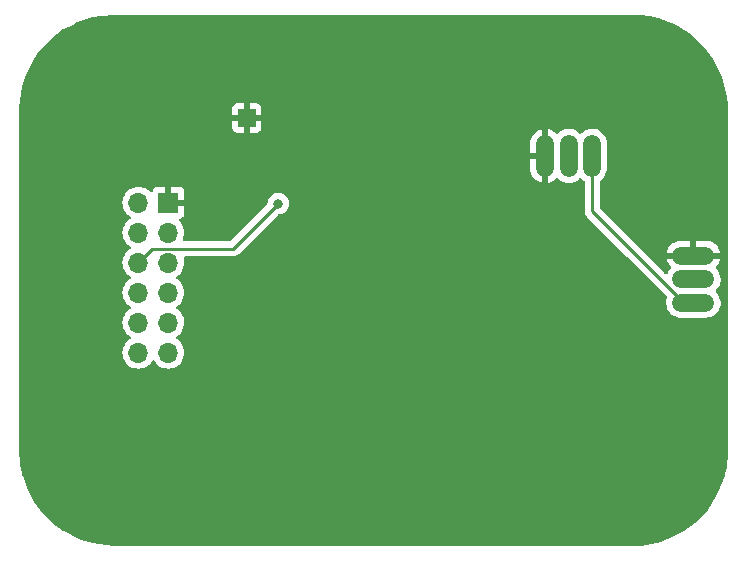
<source format=gbr>
%TF.GenerationSoftware,KiCad,Pcbnew,7.0.5*%
%TF.CreationDate,2023-07-06T17:03:00+08:00*%
%TF.ProjectId,GameRockerShaft,47616d65-526f-4636-9b65-725368616674,rev?*%
%TF.SameCoordinates,Original*%
%TF.FileFunction,Copper,L2,Bot*%
%TF.FilePolarity,Positive*%
%FSLAX46Y46*%
G04 Gerber Fmt 4.6, Leading zero omitted, Abs format (unit mm)*
G04 Created by KiCad (PCBNEW 7.0.5) date 2023-07-06 17:03:00*
%MOMM*%
%LPD*%
G01*
G04 APERTURE LIST*
%TA.AperFunction,ComponentPad*%
%ADD10O,1.500000X3.600000*%
%TD*%
%TA.AperFunction,ComponentPad*%
%ADD11O,3.600000X1.500000*%
%TD*%
%TA.AperFunction,ComponentPad*%
%ADD12R,1.500000X1.500000*%
%TD*%
%TA.AperFunction,ComponentPad*%
%ADD13R,1.700000X1.700000*%
%TD*%
%TA.AperFunction,ComponentPad*%
%ADD14O,1.700000X1.700000*%
%TD*%
%TA.AperFunction,ViaPad*%
%ADD15C,0.800000*%
%TD*%
%TA.AperFunction,Conductor*%
%ADD16C,0.254000*%
%TD*%
%TA.AperFunction,Conductor*%
%ADD17C,0.250000*%
%TD*%
G04 APERTURE END LIST*
D10*
%TO.P,J2,1,VCC*%
%TO.N,GND*%
X114500000Y-81950000D03*
%TO.P,J2,2,X*%
%TO.N,Net-(J2-X)*%
X116500000Y-81950000D03*
%TO.P,J2,3,GND*%
%TO.N,+3V3*%
X118500000Y-81950000D03*
D11*
%TO.P,J2,4,VCC*%
X127075000Y-94400000D03*
%TO.P,J2,5,Y*%
%TO.N,Net-(J2-Y)*%
X127075000Y-92400000D03*
%TO.P,J2,6,GND*%
%TO.N,GND*%
X127075000Y-90400000D03*
%TD*%
D12*
%TO.P,TP1,1,1*%
%TO.N,GND*%
X89250000Y-78750000D03*
%TD*%
D13*
%TO.P,J1,1,Pin_1*%
%TO.N,GND*%
X82625000Y-85920000D03*
D14*
%TO.P,J1,2,Pin_2*%
%TO.N,+3V3*%
X80085000Y-85920000D03*
%TO.P,J1,3,Pin_3*%
%TO.N,/CH0*%
X82625000Y-88460000D03*
%TO.P,J1,4,Pin_4*%
%TO.N,/5V0*%
X80085000Y-88460000D03*
%TO.P,J1,5,Pin_5*%
%TO.N,/CH1*%
X82625000Y-91000000D03*
%TO.P,J1,6,Pin_6*%
%TO.N,/CH5*%
X80085000Y-91000000D03*
%TO.P,J1,7,Pin_7*%
%TO.N,/CH2*%
X82625000Y-93540000D03*
%TO.P,J1,8,Pin_8*%
%TO.N,/CH6*%
X80085000Y-93540000D03*
%TO.P,J1,9,Pin_9*%
%TO.N,/CH3*%
X82625000Y-96080000D03*
%TO.P,J1,10,Pin_10*%
%TO.N,/CH7*%
X80085000Y-96080000D03*
%TO.P,J1,11,Pin_11*%
%TO.N,/CH4*%
X82625000Y-98620000D03*
%TO.P,J1,12,Pin_12*%
%TO.N,/CH8*%
X80085000Y-98620000D03*
%TD*%
D15*
%TO.N,GND*%
X96750000Y-89750000D03*
X82625000Y-83375000D03*
X112000000Y-82000000D03*
%TO.N,/CH5*%
X91917500Y-86000000D03*
%TD*%
D16*
%TO.N,+3V3*%
X118500000Y-86625000D02*
X126275000Y-94400000D01*
X118500000Y-82750000D02*
X118500000Y-86625000D01*
D17*
%TO.N,GND*%
X82750000Y-83250000D02*
X82625000Y-83375000D01*
D16*
X96665000Y-89835000D02*
X96750000Y-89750000D01*
D17*
X82625000Y-85920000D02*
X82625000Y-83375000D01*
D16*
X96750000Y-89750000D02*
X96665000Y-89795000D01*
%TO.N,/CH5*%
X88094500Y-89823000D02*
X91917500Y-86000000D01*
X80085000Y-91000000D02*
X81262000Y-89823000D01*
X81262000Y-89823000D02*
X88094500Y-89823000D01*
%TD*%
%TA.AperFunction,Conductor*%
%TO.N,GND*%
G36*
X122001050Y-70000536D02*
G01*
X122090467Y-70003590D01*
X122321882Y-70011496D01*
X122321882Y-70011540D01*
X122322069Y-70011502D01*
X122322371Y-70011512D01*
X122549031Y-70019608D01*
X122553125Y-70019891D01*
X122724036Y-70037461D01*
X122727865Y-70037977D01*
X123306081Y-70134346D01*
X123886336Y-70231055D01*
X123890796Y-70231969D01*
X123941090Y-70244225D01*
X124060051Y-70274588D01*
X124116430Y-70288978D01*
X124120703Y-70290233D01*
X124741649Y-70497216D01*
X124757872Y-70503936D01*
X125417875Y-70833937D01*
X125747871Y-70998936D01*
X125752036Y-71001221D01*
X126940478Y-71714286D01*
X126947476Y-71719170D01*
X127056636Y-71807137D01*
X127061556Y-71811556D01*
X127993766Y-72743767D01*
X127993767Y-72743767D01*
X128005286Y-72757048D01*
X128743291Y-73741055D01*
X128755000Y-73760001D01*
X129493911Y-75237823D01*
X129503300Y-75263203D01*
X129929379Y-76967516D01*
X129930877Y-76975937D01*
X129949558Y-77149721D01*
X129980104Y-77446849D01*
X129980390Y-77450978D01*
X129988502Y-77678115D01*
X129988503Y-77678115D01*
X129988503Y-77678124D01*
X129988535Y-77679028D01*
X129988535Y-77679078D01*
X129999464Y-77998950D01*
X129999500Y-78001067D01*
X129999500Y-106998932D01*
X129999464Y-107001049D01*
X129988506Y-107321788D01*
X129980390Y-107549020D01*
X129980105Y-107553148D01*
X129949560Y-107850268D01*
X129922214Y-108104635D01*
X129921667Y-108108544D01*
X129880412Y-108347820D01*
X129880109Y-108349445D01*
X129789527Y-108802355D01*
X129788968Y-108804875D01*
X129755816Y-108940919D01*
X129725411Y-109060047D01*
X129722899Y-109067749D01*
X129250958Y-110247604D01*
X129248846Y-110252307D01*
X129001068Y-110747864D01*
X128998777Y-110752037D01*
X128285712Y-111940477D01*
X128280818Y-111947490D01*
X128192871Y-112056625D01*
X128188432Y-112061566D01*
X127256232Y-112993767D01*
X127242951Y-113005286D01*
X126258943Y-113743292D01*
X126239997Y-113755001D01*
X125252307Y-114248846D01*
X125247604Y-114250958D01*
X124067749Y-114722899D01*
X124060053Y-114725409D01*
X123981376Y-114745490D01*
X123941019Y-114755791D01*
X123890820Y-114768024D01*
X123886332Y-114768943D01*
X122727850Y-114962022D01*
X122723996Y-114962541D01*
X122553148Y-114980105D01*
X122549020Y-114980390D01*
X122321980Y-114988499D01*
X122001049Y-114999464D01*
X121998932Y-114999500D01*
X78005319Y-114999500D01*
X77987783Y-114998254D01*
X76253168Y-114750452D01*
X76246894Y-114749223D01*
X75263204Y-114503301D01*
X75237826Y-114493913D01*
X73760000Y-113755000D01*
X73741055Y-113743291D01*
X72757048Y-113005286D01*
X72743767Y-112993767D01*
X72006233Y-112256232D01*
X71994714Y-112242951D01*
X71256708Y-111258944D01*
X71244999Y-111239998D01*
X70998932Y-110747864D01*
X70751148Y-110252297D01*
X70749046Y-110247616D01*
X70277096Y-109067740D01*
X70274593Y-109060067D01*
X70244216Y-108941055D01*
X70211013Y-108804803D01*
X70210472Y-108802363D01*
X70119875Y-108349379D01*
X70119616Y-108347986D01*
X70078327Y-108108516D01*
X70077788Y-108104669D01*
X70050437Y-107850258D01*
X70047187Y-107818642D01*
X70019891Y-107553130D01*
X70019608Y-107549020D01*
X70011493Y-107321788D01*
X70000536Y-107001048D01*
X70000500Y-106998932D01*
X70000500Y-98620000D01*
X78729341Y-98620000D01*
X78749936Y-98855403D01*
X78749938Y-98855413D01*
X78811094Y-99083655D01*
X78811096Y-99083659D01*
X78811097Y-99083663D01*
X78815000Y-99092032D01*
X78910965Y-99297830D01*
X78910967Y-99297834D01*
X79019281Y-99452521D01*
X79046505Y-99491401D01*
X79213599Y-99658495D01*
X79310384Y-99726265D01*
X79407165Y-99794032D01*
X79407167Y-99794033D01*
X79407170Y-99794035D01*
X79621337Y-99893903D01*
X79849592Y-99955063D01*
X80037918Y-99971539D01*
X80084999Y-99975659D01*
X80085000Y-99975659D01*
X80085001Y-99975659D01*
X80124234Y-99972226D01*
X80320408Y-99955063D01*
X80548663Y-99893903D01*
X80762830Y-99794035D01*
X80956401Y-99658495D01*
X81123495Y-99491401D01*
X81253424Y-99305842D01*
X81308002Y-99262217D01*
X81377500Y-99255023D01*
X81439855Y-99286546D01*
X81456575Y-99305842D01*
X81586500Y-99491395D01*
X81586505Y-99491401D01*
X81753599Y-99658495D01*
X81850384Y-99726264D01*
X81947165Y-99794032D01*
X81947167Y-99794033D01*
X81947170Y-99794035D01*
X82161337Y-99893903D01*
X82389592Y-99955063D01*
X82577918Y-99971539D01*
X82624999Y-99975659D01*
X82625000Y-99975659D01*
X82625001Y-99975659D01*
X82664234Y-99972226D01*
X82860408Y-99955063D01*
X83088663Y-99893903D01*
X83302830Y-99794035D01*
X83496401Y-99658495D01*
X83663495Y-99491401D01*
X83799035Y-99297830D01*
X83898903Y-99083663D01*
X83960063Y-98855408D01*
X83980659Y-98620000D01*
X83960063Y-98384592D01*
X83898903Y-98156337D01*
X83799035Y-97942171D01*
X83793425Y-97934158D01*
X83663494Y-97748597D01*
X83496402Y-97581506D01*
X83496401Y-97581505D01*
X83310842Y-97451575D01*
X83310841Y-97451574D01*
X83267216Y-97396997D01*
X83260024Y-97327498D01*
X83291546Y-97265144D01*
X83310836Y-97248428D01*
X83496401Y-97118495D01*
X83663495Y-96951401D01*
X83799035Y-96757830D01*
X83898903Y-96543663D01*
X83960063Y-96315408D01*
X83980659Y-96080000D01*
X83960063Y-95844592D01*
X83904005Y-95635377D01*
X83898905Y-95616344D01*
X83898904Y-95616343D01*
X83898903Y-95616337D01*
X83799035Y-95402171D01*
X83793425Y-95394158D01*
X83663494Y-95208597D01*
X83496402Y-95041506D01*
X83496401Y-95041505D01*
X83310842Y-94911575D01*
X83310841Y-94911574D01*
X83267216Y-94856997D01*
X83260024Y-94787498D01*
X83291546Y-94725144D01*
X83310836Y-94708428D01*
X83496401Y-94578495D01*
X83663495Y-94411401D01*
X83799035Y-94217830D01*
X83898903Y-94003663D01*
X83960063Y-93775408D01*
X83980659Y-93540000D01*
X83960063Y-93304592D01*
X83898903Y-93076337D01*
X83799035Y-92862171D01*
X83793425Y-92854158D01*
X83663494Y-92668597D01*
X83496402Y-92501506D01*
X83496401Y-92501505D01*
X83310842Y-92371575D01*
X83310841Y-92371574D01*
X83267216Y-92316997D01*
X83260024Y-92247498D01*
X83291546Y-92185144D01*
X83310836Y-92168428D01*
X83496401Y-92038495D01*
X83663495Y-91871401D01*
X83799035Y-91677830D01*
X83898903Y-91463663D01*
X83960063Y-91235408D01*
X83980659Y-91000000D01*
X83960063Y-90764592D01*
X83917727Y-90606593D01*
X83919391Y-90536743D01*
X83958554Y-90478881D01*
X84022782Y-90451377D01*
X84037503Y-90450500D01*
X88011533Y-90450500D01*
X88027181Y-90452227D01*
X88027208Y-90451946D01*
X88034975Y-90452680D01*
X88034976Y-90452679D01*
X88034977Y-90452680D01*
X88041604Y-90452471D01*
X88103392Y-90450531D01*
X88105339Y-90450500D01*
X88133973Y-90450500D01*
X88133976Y-90450500D01*
X88140878Y-90449627D01*
X88146690Y-90449169D01*
X88193443Y-90447701D01*
X88212772Y-90442084D01*
X88231828Y-90438137D01*
X88251793Y-90435616D01*
X88295270Y-90418401D01*
X88300776Y-90416516D01*
X88345691Y-90403468D01*
X88363015Y-90393221D01*
X88380483Y-90384663D01*
X88399203Y-90377253D01*
X88437042Y-90349759D01*
X88441891Y-90346574D01*
X88482156Y-90322763D01*
X88496397Y-90308520D01*
X88511178Y-90295897D01*
X88527467Y-90284063D01*
X88527469Y-90284059D01*
X88527471Y-90284059D01*
X88539345Y-90269703D01*
X88557276Y-90248028D01*
X88561189Y-90243728D01*
X91868099Y-86936819D01*
X91929423Y-86903334D01*
X91955781Y-86900500D01*
X92012144Y-86900500D01*
X92012146Y-86900500D01*
X92197303Y-86861144D01*
X92370230Y-86784151D01*
X92523371Y-86672888D01*
X92650033Y-86532216D01*
X92744679Y-86368284D01*
X92803174Y-86188256D01*
X92822960Y-86000000D01*
X92803174Y-85811744D01*
X92744679Y-85631716D01*
X92650033Y-85467784D01*
X92523371Y-85327112D01*
X92523370Y-85327111D01*
X92370234Y-85215851D01*
X92370229Y-85215848D01*
X92197307Y-85138857D01*
X92197302Y-85138855D01*
X92051501Y-85107865D01*
X92012146Y-85099500D01*
X91822854Y-85099500D01*
X91790397Y-85106398D01*
X91637697Y-85138855D01*
X91637692Y-85138857D01*
X91464770Y-85215848D01*
X91464765Y-85215851D01*
X91311629Y-85327111D01*
X91184966Y-85467785D01*
X91090321Y-85631715D01*
X91090318Y-85631722D01*
X91031827Y-85811740D01*
X91031826Y-85811744D01*
X91028004Y-85848111D01*
X91014511Y-85976489D01*
X90987926Y-86041103D01*
X90978871Y-86051208D01*
X87870900Y-89159181D01*
X87809577Y-89192666D01*
X87783219Y-89195500D01*
X83966784Y-89195500D01*
X83899745Y-89175815D01*
X83853990Y-89123011D01*
X83844046Y-89053853D01*
X83854402Y-89019095D01*
X83898903Y-88923663D01*
X83960063Y-88695408D01*
X83980659Y-88460000D01*
X83960063Y-88224592D01*
X83898903Y-87996337D01*
X83799035Y-87782171D01*
X83793424Y-87774158D01*
X83663496Y-87588600D01*
X83663493Y-87588597D01*
X83541179Y-87466283D01*
X83507696Y-87404963D01*
X83512680Y-87335271D01*
X83554551Y-87279337D01*
X83585529Y-87262422D01*
X83717086Y-87213354D01*
X83717093Y-87213350D01*
X83832187Y-87127190D01*
X83832190Y-87127187D01*
X83918350Y-87012093D01*
X83918354Y-87012086D01*
X83968596Y-86877379D01*
X83968598Y-86877372D01*
X83974999Y-86817844D01*
X83975000Y-86817827D01*
X83975000Y-86170000D01*
X83058686Y-86170000D01*
X83084493Y-86129844D01*
X83125000Y-85991889D01*
X83125000Y-85848111D01*
X83084493Y-85710156D01*
X83058686Y-85670000D01*
X83975000Y-85670000D01*
X83975000Y-85022172D01*
X83974999Y-85022155D01*
X83968598Y-84962627D01*
X83968596Y-84962620D01*
X83918354Y-84827913D01*
X83918350Y-84827906D01*
X83832190Y-84712812D01*
X83832187Y-84712809D01*
X83717093Y-84626649D01*
X83717086Y-84626645D01*
X83582379Y-84576403D01*
X83582372Y-84576401D01*
X83522844Y-84570000D01*
X82875000Y-84570000D01*
X82875000Y-85484498D01*
X82767315Y-85435320D01*
X82660763Y-85420000D01*
X82589237Y-85420000D01*
X82482685Y-85435320D01*
X82375000Y-85484498D01*
X82375000Y-84570000D01*
X81727155Y-84570000D01*
X81667627Y-84576401D01*
X81667620Y-84576403D01*
X81532913Y-84626645D01*
X81532906Y-84626649D01*
X81417812Y-84712809D01*
X81417809Y-84712812D01*
X81331649Y-84827906D01*
X81331645Y-84827913D01*
X81282578Y-84959470D01*
X81240707Y-85015404D01*
X81175242Y-85039821D01*
X81106969Y-85024969D01*
X81078715Y-85003819D01*
X81034366Y-84959470D01*
X80956401Y-84881505D01*
X80956397Y-84881502D01*
X80956396Y-84881501D01*
X80762834Y-84745967D01*
X80762830Y-84745965D01*
X80691727Y-84712809D01*
X80548663Y-84646097D01*
X80548659Y-84646096D01*
X80548655Y-84646094D01*
X80320413Y-84584938D01*
X80320403Y-84584936D01*
X80085001Y-84564341D01*
X80084999Y-84564341D01*
X79849596Y-84584936D01*
X79849586Y-84584938D01*
X79621344Y-84646094D01*
X79621335Y-84646098D01*
X79407171Y-84745964D01*
X79407169Y-84745965D01*
X79213597Y-84881505D01*
X79046505Y-85048597D01*
X78910965Y-85242169D01*
X78910964Y-85242171D01*
X78811098Y-85456335D01*
X78811094Y-85456344D01*
X78749938Y-85684586D01*
X78749936Y-85684596D01*
X78729341Y-85919999D01*
X78729341Y-85920000D01*
X78749936Y-86155403D01*
X78749938Y-86155413D01*
X78811094Y-86383655D01*
X78811096Y-86383659D01*
X78811097Y-86383663D01*
X78880368Y-86532214D01*
X78910965Y-86597830D01*
X78910967Y-86597834D01*
X78999270Y-86723942D01*
X79041428Y-86784151D01*
X79046501Y-86791395D01*
X79046506Y-86791402D01*
X79213597Y-86958493D01*
X79213603Y-86958498D01*
X79399158Y-87088425D01*
X79442783Y-87143002D01*
X79449977Y-87212500D01*
X79418454Y-87274855D01*
X79399158Y-87291575D01*
X79213597Y-87421505D01*
X79046505Y-87588597D01*
X78910965Y-87782169D01*
X78910964Y-87782171D01*
X78811098Y-87996335D01*
X78811094Y-87996344D01*
X78749938Y-88224586D01*
X78749936Y-88224596D01*
X78729341Y-88459999D01*
X78729341Y-88460000D01*
X78749936Y-88695403D01*
X78749938Y-88695413D01*
X78811094Y-88923655D01*
X78811096Y-88923659D01*
X78811097Y-88923663D01*
X78815000Y-88932032D01*
X78910965Y-89137830D01*
X78910967Y-89137834D01*
X79046501Y-89331395D01*
X79046506Y-89331402D01*
X79213597Y-89498493D01*
X79213603Y-89498498D01*
X79399158Y-89628425D01*
X79442783Y-89683002D01*
X79449977Y-89752500D01*
X79418454Y-89814855D01*
X79399158Y-89831575D01*
X79213597Y-89961505D01*
X79046505Y-90128597D01*
X78910965Y-90322169D01*
X78910964Y-90322171D01*
X78811098Y-90536335D01*
X78811094Y-90536344D01*
X78749938Y-90764586D01*
X78749936Y-90764596D01*
X78729341Y-90999999D01*
X78729341Y-91000000D01*
X78749936Y-91235403D01*
X78749938Y-91235413D01*
X78811094Y-91463655D01*
X78811096Y-91463659D01*
X78811097Y-91463663D01*
X78843119Y-91532334D01*
X78910965Y-91677830D01*
X78910967Y-91677834D01*
X79000032Y-91805031D01*
X79046501Y-91871396D01*
X79046506Y-91871402D01*
X79213597Y-92038493D01*
X79213603Y-92038498D01*
X79399158Y-92168425D01*
X79442783Y-92223002D01*
X79449977Y-92292500D01*
X79418454Y-92354855D01*
X79399158Y-92371575D01*
X79213597Y-92501505D01*
X79046505Y-92668597D01*
X78910965Y-92862169D01*
X78910964Y-92862171D01*
X78811098Y-93076335D01*
X78811094Y-93076344D01*
X78749938Y-93304586D01*
X78749936Y-93304596D01*
X78729341Y-93539999D01*
X78729341Y-93540000D01*
X78749936Y-93775403D01*
X78749938Y-93775413D01*
X78811094Y-94003655D01*
X78811096Y-94003659D01*
X78811097Y-94003663D01*
X78814995Y-94012022D01*
X78910965Y-94217830D01*
X78910967Y-94217834D01*
X78920514Y-94231468D01*
X79046501Y-94411396D01*
X79046506Y-94411402D01*
X79213597Y-94578493D01*
X79213603Y-94578498D01*
X79399158Y-94708425D01*
X79442783Y-94763002D01*
X79449977Y-94832500D01*
X79418454Y-94894855D01*
X79399158Y-94911575D01*
X79213597Y-95041505D01*
X79046505Y-95208597D01*
X78910965Y-95402169D01*
X78910964Y-95402171D01*
X78811098Y-95616335D01*
X78811094Y-95616344D01*
X78749938Y-95844586D01*
X78749936Y-95844596D01*
X78729341Y-96079999D01*
X78729341Y-96080000D01*
X78749936Y-96315403D01*
X78749938Y-96315413D01*
X78811094Y-96543655D01*
X78811096Y-96543659D01*
X78811097Y-96543663D01*
X78815000Y-96552032D01*
X78910965Y-96757830D01*
X78910967Y-96757834D01*
X79019281Y-96912521D01*
X79046501Y-96951396D01*
X79046506Y-96951402D01*
X79213597Y-97118493D01*
X79213603Y-97118498D01*
X79399158Y-97248425D01*
X79442783Y-97303002D01*
X79449977Y-97372500D01*
X79418454Y-97434855D01*
X79399158Y-97451575D01*
X79213597Y-97581505D01*
X79046505Y-97748597D01*
X78910965Y-97942169D01*
X78910964Y-97942171D01*
X78811098Y-98156335D01*
X78811094Y-98156344D01*
X78749938Y-98384586D01*
X78749936Y-98384596D01*
X78729341Y-98619999D01*
X78729341Y-98620000D01*
X70000500Y-98620000D01*
X70000500Y-83056129D01*
X113250000Y-83056129D01*
X113265116Y-83224096D01*
X113265117Y-83224102D01*
X113324973Y-83440984D01*
X113324978Y-83440997D01*
X113422598Y-83643708D01*
X113422602Y-83643716D01*
X113554851Y-83825741D01*
X113554857Y-83825749D01*
X113717486Y-83981237D01*
X113905266Y-84105191D01*
X114112169Y-84193624D01*
X114112178Y-84193627D01*
X114249999Y-84225084D01*
X114250000Y-84225083D01*
X114250000Y-83295881D01*
X114343369Y-83334556D01*
X114460677Y-83350000D01*
X114539323Y-83350000D01*
X114656631Y-83334556D01*
X114750000Y-83295881D01*
X114750000Y-84227549D01*
X114779267Y-84223586D01*
X114779273Y-84223585D01*
X114993268Y-84154054D01*
X115191401Y-84047434D01*
X115191404Y-84047432D01*
X115367319Y-83907145D01*
X115405760Y-83863145D01*
X115464690Y-83825610D01*
X115534560Y-83825894D01*
X115584834Y-83855101D01*
X115717176Y-83981633D01*
X115905033Y-84105636D01*
X116112004Y-84194100D01*
X116112007Y-84194101D01*
X116112012Y-84194103D01*
X116331463Y-84244191D01*
X116556330Y-84254290D01*
X116779387Y-84224075D01*
X116993464Y-84154517D01*
X117191681Y-84047852D01*
X117367666Y-83907508D01*
X117406123Y-83863489D01*
X117465054Y-83825956D01*
X117534923Y-83826240D01*
X117585195Y-83855446D01*
X117717175Y-83981632D01*
X117816810Y-84047400D01*
X117861915Y-84100760D01*
X117872499Y-84150887D01*
X117872499Y-86542032D01*
X117870773Y-86557681D01*
X117871054Y-86557708D01*
X117870319Y-86565475D01*
X117872469Y-86633890D01*
X117872500Y-86635837D01*
X117872500Y-86664477D01*
X117873371Y-86671380D01*
X117873829Y-86677199D01*
X117875298Y-86723942D01*
X117880916Y-86743275D01*
X117884862Y-86762329D01*
X117887383Y-86782287D01*
X117887386Y-86782299D01*
X117904595Y-86825765D01*
X117906487Y-86831293D01*
X117919530Y-86876187D01*
X117919530Y-86876188D01*
X117929777Y-86893515D01*
X117938335Y-86910985D01*
X117945745Y-86929701D01*
X117973229Y-86967529D01*
X117976437Y-86972413D01*
X118000234Y-87012652D01*
X118000240Y-87012660D01*
X118014469Y-87026888D01*
X118027109Y-87041687D01*
X118038934Y-87057964D01*
X118038936Y-87057965D01*
X118038937Y-87057967D01*
X118074957Y-87087765D01*
X118079268Y-87091687D01*
X121466462Y-90478881D01*
X124822109Y-93834528D01*
X124855594Y-93895851D01*
X124850610Y-93965543D01*
X124848450Y-93970942D01*
X124830900Y-94012004D01*
X124830894Y-94012022D01*
X124780810Y-94231457D01*
X124780808Y-94231468D01*
X124770710Y-94456325D01*
X124770710Y-94456330D01*
X124800925Y-94679387D01*
X124800926Y-94679390D01*
X124870483Y-94893465D01*
X124977146Y-95091678D01*
X124977148Y-95091681D01*
X125117489Y-95267663D01*
X125117491Y-95267664D01*
X125117492Y-95267666D01*
X125287004Y-95415765D01*
X125480236Y-95531215D01*
X125684741Y-95607967D01*
X125690976Y-95610307D01*
X125912450Y-95650500D01*
X125912453Y-95650500D01*
X128181148Y-95650500D01*
X128181155Y-95650500D01*
X128349188Y-95635377D01*
X128418152Y-95616344D01*
X128566160Y-95575496D01*
X128566162Y-95575495D01*
X128566170Y-95575493D01*
X128768973Y-95477829D01*
X128951078Y-95345522D01*
X129106632Y-95182825D01*
X129230635Y-94994968D01*
X129319103Y-94787988D01*
X129369191Y-94568537D01*
X129379290Y-94343670D01*
X129349075Y-94120613D01*
X129279517Y-93906536D01*
X129172852Y-93708319D01*
X129032508Y-93532334D01*
X129032507Y-93532333D01*
X128988489Y-93493875D01*
X128950955Y-93434943D01*
X128951241Y-93365074D01*
X128980448Y-93314803D01*
X128990211Y-93304592D01*
X129106632Y-93182825D01*
X129230635Y-92994968D01*
X129287396Y-92862171D01*
X129319100Y-92787995D01*
X129319099Y-92787995D01*
X129319103Y-92787988D01*
X129369191Y-92568537D01*
X129379290Y-92343670D01*
X129349075Y-92120613D01*
X129279517Y-91906536D01*
X129172852Y-91708319D01*
X129032508Y-91532334D01*
X128988111Y-91493545D01*
X128950578Y-91434613D01*
X128950864Y-91364744D01*
X128980071Y-91314473D01*
X129106237Y-91182513D01*
X129230191Y-90994733D01*
X129318624Y-90787830D01*
X129318627Y-90787821D01*
X129350084Y-90650000D01*
X126820882Y-90650000D01*
X126859556Y-90556631D01*
X126880177Y-90400000D01*
X126859556Y-90243369D01*
X126820882Y-90150000D01*
X126825000Y-90150000D01*
X126825000Y-89150000D01*
X127325000Y-89150000D01*
X127325000Y-90150000D01*
X129352550Y-90150000D01*
X129352550Y-90149999D01*
X129348584Y-90120721D01*
X129279054Y-89906731D01*
X129172434Y-89708598D01*
X129172432Y-89708595D01*
X129032145Y-89532679D01*
X128862707Y-89384647D01*
X128862699Y-89384640D01*
X128669553Y-89269240D01*
X128669548Y-89269238D01*
X128458889Y-89190175D01*
X128237506Y-89150000D01*
X127325000Y-89150000D01*
X126825000Y-89150000D01*
X125968870Y-89150000D01*
X125800903Y-89165116D01*
X125800897Y-89165117D01*
X125584015Y-89224973D01*
X125584002Y-89224978D01*
X125381291Y-89322598D01*
X125381283Y-89322602D01*
X125199258Y-89454851D01*
X125199250Y-89454857D01*
X125043762Y-89617486D01*
X124919808Y-89805266D01*
X124831375Y-90012169D01*
X124831372Y-90012178D01*
X124799915Y-90149999D01*
X124799916Y-90150000D01*
X125729118Y-90150000D01*
X125690444Y-90243369D01*
X125669823Y-90400000D01*
X125690444Y-90556631D01*
X125729118Y-90650000D01*
X124797449Y-90650000D01*
X124801415Y-90679278D01*
X124870945Y-90893268D01*
X124977565Y-91091401D01*
X124977567Y-91091404D01*
X125117854Y-91267319D01*
X125161854Y-91305760D01*
X125199389Y-91364692D01*
X125199105Y-91434561D01*
X125169898Y-91484833D01*
X125043369Y-91617173D01*
X124919364Y-91805031D01*
X124886047Y-91882981D01*
X124841598Y-91936889D01*
X124775060Y-91958208D01*
X124707559Y-91940170D01*
X124684345Y-91921926D01*
X119163819Y-86401400D01*
X119130334Y-86340077D01*
X119127500Y-86313719D01*
X119127500Y-84156475D01*
X119147185Y-84089436D01*
X119187709Y-84051940D01*
X119187035Y-84050919D01*
X119191677Y-84047854D01*
X119191676Y-84047854D01*
X119191681Y-84047852D01*
X119367666Y-83907508D01*
X119515765Y-83737996D01*
X119631215Y-83544764D01*
X119710307Y-83334024D01*
X119750500Y-83112547D01*
X119750500Y-80843845D01*
X119735377Y-80675812D01*
X119735376Y-80675807D01*
X119675496Y-80458839D01*
X119675491Y-80458826D01*
X119577832Y-80256033D01*
X119577828Y-80256025D01*
X119445526Y-80073927D01*
X119445525Y-80073925D01*
X119368205Y-80000000D01*
X119282825Y-79918368D01*
X119282823Y-79918366D01*
X119094966Y-79794363D01*
X118887995Y-79705899D01*
X118887982Y-79705895D01*
X118668542Y-79655810D01*
X118668538Y-79655809D01*
X118668537Y-79655809D01*
X118668536Y-79655808D01*
X118668531Y-79655808D01*
X118443674Y-79645710D01*
X118443673Y-79645710D01*
X118443670Y-79645710D01*
X118220613Y-79675925D01*
X118220610Y-79675925D01*
X118220609Y-79675926D01*
X118006534Y-79745483D01*
X117808321Y-79852146D01*
X117808318Y-79852148D01*
X117632337Y-79992488D01*
X117632329Y-79992496D01*
X117593874Y-80036511D01*
X117534942Y-80074044D01*
X117465073Y-80073758D01*
X117414803Y-80044552D01*
X117368205Y-80000000D01*
X117282825Y-79918368D01*
X117282823Y-79918366D01*
X117094966Y-79794363D01*
X116887995Y-79705899D01*
X116887982Y-79705895D01*
X116668542Y-79655810D01*
X116668538Y-79655809D01*
X116668537Y-79655809D01*
X116668536Y-79655808D01*
X116668531Y-79655808D01*
X116443674Y-79645710D01*
X116443673Y-79645710D01*
X116443670Y-79645710D01*
X116220613Y-79675925D01*
X116220610Y-79675925D01*
X116220609Y-79675926D01*
X116006534Y-79745483D01*
X115808321Y-79852146D01*
X115808318Y-79852148D01*
X115632333Y-79992492D01*
X115593545Y-80036888D01*
X115534613Y-80074421D01*
X115464744Y-80074135D01*
X115414473Y-80044929D01*
X115282510Y-79918759D01*
X115094733Y-79794808D01*
X114887830Y-79706375D01*
X114887823Y-79706373D01*
X114750000Y-79674915D01*
X114750000Y-82204118D01*
X114656631Y-82165444D01*
X114539323Y-82150000D01*
X114460677Y-82150000D01*
X114343369Y-82165444D01*
X114250000Y-82204118D01*
X114250000Y-82200000D01*
X113250000Y-82200000D01*
X113250000Y-83056129D01*
X70000500Y-83056129D01*
X70000500Y-81700000D01*
X113250000Y-81700000D01*
X114250000Y-81700000D01*
X114250000Y-79672449D01*
X114249999Y-79672449D01*
X114220721Y-79676415D01*
X114006731Y-79745945D01*
X113808598Y-79852565D01*
X113808595Y-79852567D01*
X113632679Y-79992854D01*
X113484647Y-80162292D01*
X113484640Y-80162300D01*
X113369240Y-80355446D01*
X113369238Y-80355451D01*
X113290175Y-80566110D01*
X113290175Y-80566111D01*
X113250000Y-80787494D01*
X113250000Y-81700000D01*
X70000500Y-81700000D01*
X70000500Y-79000000D01*
X88000000Y-79000000D01*
X88000000Y-79547844D01*
X88006401Y-79607372D01*
X88006403Y-79607379D01*
X88056645Y-79742086D01*
X88056649Y-79742093D01*
X88142809Y-79857187D01*
X88142812Y-79857190D01*
X88257906Y-79943350D01*
X88257913Y-79943354D01*
X88392620Y-79993596D01*
X88392627Y-79993598D01*
X88452155Y-79999999D01*
X88452172Y-80000000D01*
X89000000Y-80000000D01*
X89000000Y-79000000D01*
X88000000Y-79000000D01*
X70000500Y-79000000D01*
X70000500Y-78779302D01*
X88896372Y-78779302D01*
X88925047Y-78892538D01*
X88988936Y-78990327D01*
X89081115Y-79062072D01*
X89191595Y-79100000D01*
X89279005Y-79100000D01*
X89365216Y-79085614D01*
X89467947Y-79030019D01*
X89495581Y-79000000D01*
X89500000Y-79000000D01*
X89500000Y-80000000D01*
X90047828Y-80000000D01*
X90047844Y-79999999D01*
X90107372Y-79993598D01*
X90107379Y-79993596D01*
X90242086Y-79943354D01*
X90242093Y-79943350D01*
X90357187Y-79857190D01*
X90357190Y-79857187D01*
X90443350Y-79742093D01*
X90443354Y-79742086D01*
X90493596Y-79607379D01*
X90493598Y-79607372D01*
X90499999Y-79547844D01*
X90500000Y-79547827D01*
X90500000Y-79000000D01*
X89500000Y-79000000D01*
X89495581Y-79000000D01*
X89547060Y-78944079D01*
X89593982Y-78837108D01*
X89603628Y-78720698D01*
X89574953Y-78607462D01*
X89511064Y-78509673D01*
X89418885Y-78437928D01*
X89308405Y-78400000D01*
X89220995Y-78400000D01*
X89134784Y-78414386D01*
X89032053Y-78469981D01*
X88952940Y-78555921D01*
X88906018Y-78662892D01*
X88896372Y-78779302D01*
X70000500Y-78779302D01*
X70000500Y-78500000D01*
X88000000Y-78500000D01*
X89000000Y-78500000D01*
X89000000Y-77500000D01*
X89500000Y-77500000D01*
X89500000Y-78500000D01*
X90500000Y-78500000D01*
X90500000Y-77952172D01*
X90499999Y-77952155D01*
X90493598Y-77892627D01*
X90493596Y-77892620D01*
X90443354Y-77757913D01*
X90443350Y-77757906D01*
X90357190Y-77642812D01*
X90357187Y-77642809D01*
X90242093Y-77556649D01*
X90242086Y-77556645D01*
X90107379Y-77506403D01*
X90107372Y-77506401D01*
X90047844Y-77500000D01*
X89500000Y-77500000D01*
X89000000Y-77500000D01*
X88452155Y-77500000D01*
X88392627Y-77506401D01*
X88392620Y-77506403D01*
X88257913Y-77556645D01*
X88257906Y-77556649D01*
X88142812Y-77642809D01*
X88142809Y-77642812D01*
X88056649Y-77757906D01*
X88056645Y-77757913D01*
X88006403Y-77892620D01*
X88006401Y-77892627D01*
X88000000Y-77952155D01*
X88000000Y-78500000D01*
X70000500Y-78500000D01*
X70000500Y-78001065D01*
X70000536Y-77998949D01*
X70004168Y-77892620D01*
X70011496Y-77678124D01*
X70011518Y-77678124D01*
X70011502Y-77677943D01*
X70019608Y-77450968D01*
X70019891Y-77446874D01*
X70037460Y-77275973D01*
X70037978Y-77272130D01*
X70231056Y-76113654D01*
X70231961Y-76109234D01*
X70244265Y-76058745D01*
X70288978Y-75883568D01*
X70290234Y-75879294D01*
X70497218Y-75258345D01*
X70503933Y-75242132D01*
X71248275Y-73753448D01*
X71252143Y-73746785D01*
X71255963Y-73741055D01*
X71690751Y-73088870D01*
X71692876Y-73085884D01*
X71701788Y-73074131D01*
X71702837Y-73072789D01*
X71807135Y-72943363D01*
X71811557Y-72938441D01*
X72743773Y-72006226D01*
X72757040Y-71994719D01*
X73741055Y-71256708D01*
X73759996Y-71245001D01*
X74747722Y-70751138D01*
X74752363Y-70749054D01*
X75932259Y-70277095D01*
X75939947Y-70274588D01*
X76058845Y-70244241D01*
X76068863Y-70241799D01*
X76075811Y-70240523D01*
X77992174Y-70000978D01*
X77999687Y-70000510D01*
X78000000Y-70000500D01*
X78000500Y-70000500D01*
X121998933Y-70000500D01*
X122001050Y-70000536D01*
G37*
%TD.AperFunction*%
%TD*%
M02*

</source>
